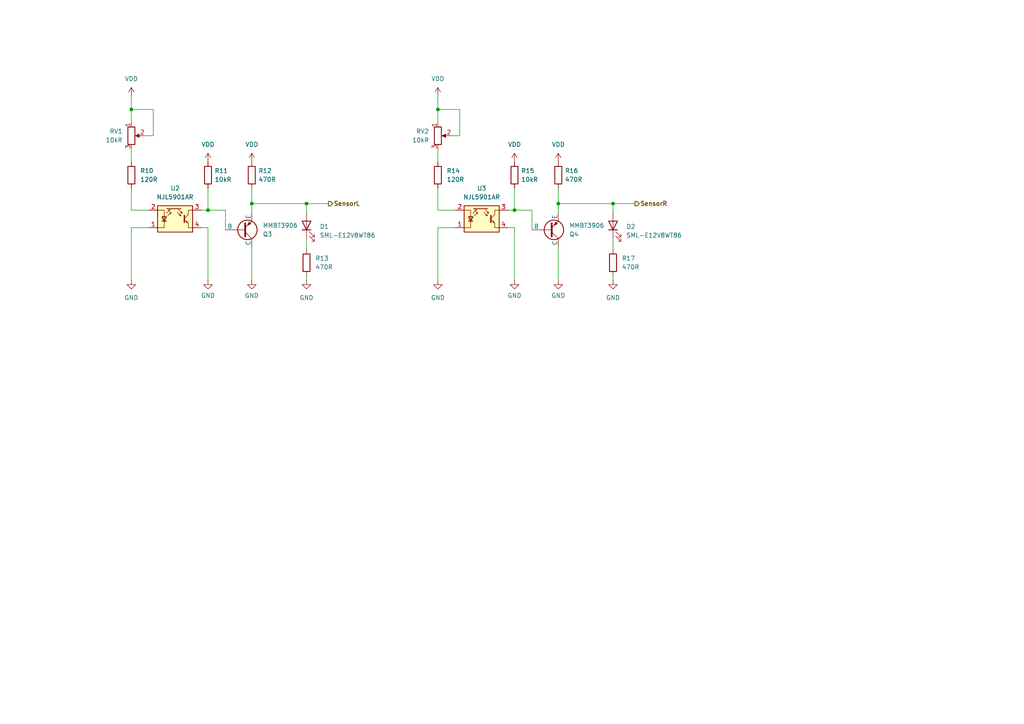
<source format=kicad_sch>
(kicad_sch (version 20230121) (generator eeschema)
  (paper "A4")
  (title_block (title "LineTracer-Practice-Sensor") (date "2023-06-18") (rev "BETA") (company "KCCTD4-8") (comment 1 "*Unless otherwise noted, resistors used are 1/4W resistors.") (comment 2 ">>>UNCHECKED CIRCUIT<<<"))
  (lib_symbols
    (symbol "Device:LED" (pin_numbers hide) (pin_names (offset 1.016) hide)
      (property "Reference" "D" (at 0 2.54 0))
      (property "Value" "LED" (at 0 -2.54 0))
      (symbol "LED_0_1"
        (polyline (pts (xy -1.27 -1.27) (xy -1.27 1.27)) (stroke (width 0.254)))
        (polyline (pts (xy -1.27 0) (xy 1.27 0)))
        (polyline (pts (xy 1.27 -1.27) (xy 1.27 1.27) (xy -1.27 0) (xy 1.27 -1.27)) (stroke (width 0.254)))
        (polyline (pts (xy -3.048 -0.762) (xy -4.572 -2.286) (xy -3.81 -2.286) (xy -4.572 -2.286) (xy -4.572 -1.524)))
        (polyline (pts (xy -1.778 -0.762) (xy -3.302 -2.286) (xy -2.54 -2.286) (xy -3.302 -2.286) (xy -3.302 -1.524)))
      )
      (symbol "LED_1_1"
        (pin passive line (at -3.81 0 0) (length 2.54) (name "K") (number "1"))
        (pin passive line (at 3.81 0 180) (length 2.54) (name "A") (number "2"))
      )
    )
    (symbol "Device:R" (pin_numbers hide) (pin_names (offset 0))
      (property "Reference" "R" (at 2.032 0 90))
      (property "Value" "R" (at 0 0 90))
      (symbol "R_0_1"
        (rectangle (start -1.016 -2.54) (end 1.016 2.54) (stroke (width 0.254)))
      )
      (symbol "R_1_1"
        (pin passive line (at 0 3.81 270) (length 1.27) (name "~") (number "1"))
        (pin passive line (at 0 -3.81 90) (length 1.27) (name "~") (number "2"))
      )
    )
    (symbol "Device:R_Potentiometer" (pin_names (offset 1.016) hide)
      (property "Reference" "RV" (at -4.445 0 90))
      (property "Value" "R_Potentiometer" (at -2.54 0 90))
      (symbol "R_Potentiometer_0_1"
        (polyline (pts (xy 2.54 0) (xy 1.524 0)))
        (polyline (pts (xy 1.143 0) (xy 2.286 0.508) (xy 2.286 -0.508) (xy 1.143 0)) (fill (type outline)))
        (rectangle (start 1.016 2.54) (end -1.016 -2.54) (stroke (width 0.254)))
      )
      (symbol "R_Potentiometer_1_1"
        (pin passive line (at 0 3.81 270) (length 1.27) (name "1") (number "1"))
        (pin passive line (at 3.81 0 180) (length 1.27) (name "2") (number "2"))
        (pin passive line (at 0 -3.81 90) (length 1.27) (name "3") (number "3"))
      )
    )
    (symbol "Sensor_Proximity:BPR-105" (pin_names (offset 0.0254) hide)
      (property "Reference" "U" (at -5.08 5.08 0))
      (property "Value" "BPR-105" (at 7.62 5.08 0))
      (symbol "BPR-105_0_1"
        (polyline (pts (xy -3.81 -0.635) (xy -2.54 -0.635)) (stroke (width 0.254)))
        (polyline (pts (xy -2.286 2.921) (xy -2.032 3.175)))
        (polyline (pts (xy -1.778 2.921) (xy -1.524 3.175)))
        (polyline (pts (xy -1.524 2.667) (xy -1.651 2.159)))
        (polyline (pts (xy -1.27 2.921) (xy -1.016 3.175)))
        (polyline (pts (xy -1.143 1.905) (xy -1.27 1.397)))
        (polyline (pts (xy -0.762 2.921) (xy -0.508 3.175)))
        (polyline (pts (xy -0.254 2.921) (xy 0 3.175)))
        (polyline (pts (xy 0.254 2.921) (xy 0.508 3.175)))
        (polyline (pts (xy 0.762 2.921) (xy 1.016 3.175)))
        (polyline (pts (xy 1.27 2.921) (xy 1.524 3.175)))
        (polyline (pts (xy 1.651 0.889) (xy 1.143 1.016)))
        (polyline (pts (xy 1.778 2.921) (xy -2.413 2.921)))
        (polyline (pts (xy 2.032 1.651) (xy 1.524 1.778)))
        (polyline (pts (xy 2.667 -0.127) (xy 3.81 -1.27)))
        (polyline (pts (xy 2.667 0.127) (xy 3.81 1.27)))
        (polyline (pts (xy -2.54 1.651) (xy -1.524 2.667) (xy -2.032 2.54)))
        (polyline (pts (xy -2.159 0.889) (xy -1.143 1.905) (xy -1.651 1.778)))
        (polyline (pts (xy 0.635 1.905) (xy 1.651 0.889) (xy 1.524 1.397)))
        (polyline (pts (xy 1.016 2.667) (xy 2.032 1.651) (xy 1.905 2.159)))
        (polyline (pts (xy 2.667 1.016) (xy 2.667 -1.016) (xy 2.667 -1.016)) (stroke (width 0.3556)))
        (polyline (pts (xy 3.81 -1.27) (xy 3.81 -2.54) (xy 5.08 -2.54)))
        (polyline (pts (xy 3.81 1.27) (xy 3.81 2.54) (xy 5.08 2.54)))
        (polyline (pts (xy -5.08 -2.54) (xy -3.175 -2.54) (xy -3.175 2.54) (xy -5.08 2.54)))
        (polyline (pts (xy -3.175 -0.635) (xy -3.81 0.635) (xy -2.54 0.635) (xy -3.175 -0.635)) (stroke (width 0.254)))
        (polyline (pts (xy 3.683 -1.143) (xy 3.429 -0.635) (xy 3.175 -0.889) (xy 3.683 -1.143)))
        (polyline (pts (xy -5.08 -3.81) (xy 5.08 -3.81) (xy 5.08 3.81) (xy -5.08 3.81) (xy -5.08 -3.81)) (stroke (width 0.254)) (fill (type background)))
      )
      (symbol "BPR-105_1_1"
        (pin passive line (at -7.62 -2.54 0) (length 2.54) (name "K") (number "1"))
        (pin passive line (at -7.62 2.54 0) (length 2.54) (name "A") (number "2"))
        (pin open_collector line (at 7.62 2.54 180) (length 2.54) (name "C") (number "3"))
        (pin open_emitter line (at 7.62 -2.54 180) (length 2.54) (name "E") (number "4"))
      )
    )
    (symbol "Simulation_SPICE:PNP" (pin_numbers hide) (pin_names (offset 0))
      (property "Reference" "Q" (at -2.54 7.62 0))
      (property "Value" "PNP" (at -2.54 5.08 0))
      (symbol "PNP_0_1"
        (polyline (pts (xy -2.54 0) (xy 0.635 0)) (stroke (width 0.1524)))
        (polyline (pts (xy 0.635 0.635) (xy 2.54 2.54)))
        (polyline (pts (xy 0.635 -0.635) (xy 2.54 -2.54) (xy 2.54 -2.54)))
        (polyline (pts (xy 0.635 1.905) (xy 0.635 -1.905) (xy 0.635 -1.905)) (stroke (width 0.508)))
        (polyline (pts (xy 2.286 -1.778) (xy 1.778 -2.286) (xy 1.27 -1.27) (xy 2.286 -1.778) (xy 2.286 -1.778)) (fill (type outline)))
        (circle (center 1.27 0) (radius 2.8194) (stroke (width 0.254)))
      )
      (symbol "PNP_1_1"
        (pin open_collector line (at 2.54 5.08 270) (length 2.54) (name "C") (number "1"))
        (pin input line (at -5.08 0 0) (length 2.54) (name "B") (number "2"))
        (pin open_emitter line (at 2.54 -5.08 90) (length 2.54) (name "E") (number "3"))
      )
    )
    (symbol "power:GND" (power) (pin_names (offset 0))
      (property "Value" "GND" (at 0 -3.81 0))
      (symbol "GND_0_1"
        (polyline (pts (xy 0 0) (xy 0 -1.27) (xy 1.27 -1.27) (xy 0 -2.54) (xy -1.27 -1.27) (xy 0 -1.27)))
      )
      (symbol "GND_1_1"
        (pin power_in line (at 0 0 270) (length 0) hide (name "GND") (number "1"))
      )
    )
    (symbol "power:VDD" (power) (pin_names (offset 0))
      (property "Value" "VDD" (at 0 3.81 0))
      (symbol "VDD_0_1"
        (polyline (pts (xy -0.762 1.27) (xy 0 2.54)))
        (polyline (pts (xy 0 0) (xy 0 2.54)))
        (polyline (pts (xy 0 2.54) (xy 0.762 1.27)))
      )
      (symbol "VDD_1_1"
        (pin power_in line (at 0 0 90) (length 0) hide (name "VDD") (number "1"))
      )
    )
  )
  (junction (at 88.9 59.055))
  (junction (at 149.225 60.96))
  (junction (at 127 31.75))
  (junction (at 177.8 59.055))
  (junction (at 161.925 59.055))
  (junction (at 73.025 59.055))
  (junction (at 60.325 60.96))
  (junction (at 38.1 31.75))
  (wire (pts (xy 177.8 69.215) (xy 177.8 72.39)))
  (wire (pts (xy 38.1 31.75) (xy 38.1 35.56)))
  (wire (pts (xy 41.91 39.37) (xy 44.45 39.37)))
  (wire (pts (xy 65.405 66.675) (xy 65.405 60.96)))
  (wire (pts (xy 38.1 27.94) (xy 38.1 31.75)))
  (wire (pts (xy 127 60.96) (xy 132.08 60.96)))
  (wire (pts (xy 73.025 71.755) (xy 73.025 81.28)))
  (wire (pts (xy 154.305 60.96) (xy 149.225 60.96)))
  (wire (pts (xy 60.325 81.28) (xy 60.325 66.04)))
  (wire (pts (xy 60.325 66.04) (xy 58.42 66.04)))
  (wire (pts (xy 161.925 71.755) (xy 161.925 81.28)))
  (wire (pts (xy 161.925 54.61) (xy 161.925 59.055)))
  (wire (pts (xy 127 31.75) (xy 127 35.56)))
  (wire (pts (xy 177.8 61.595) (xy 177.8 59.055)))
  (wire (pts (xy 88.9 59.055) (xy 95.25 59.055)))
  (wire (pts (xy 88.9 69.215) (xy 88.9 72.39)))
  (wire (pts (xy 73.025 59.055) (xy 73.025 61.595)))
  (wire (pts (xy 133.35 31.75) (xy 127 31.75)))
  (wire (pts (xy 127 43.18) (xy 127 46.99)))
  (wire (pts (xy 177.8 59.055) (xy 184.15 59.055)))
  (wire (pts (xy 177.8 81.28) (xy 177.8 80.01)))
  (wire (pts (xy 44.45 39.37) (xy 44.45 31.75)))
  (wire (pts (xy 38.1 54.61) (xy 38.1 60.96)))
  (wire (pts (xy 161.925 59.055) (xy 161.925 61.595)))
  (wire (pts (xy 147.32 60.96) (xy 149.225 60.96)))
  (wire (pts (xy 149.225 81.28) (xy 149.225 66.04)))
  (wire (pts (xy 44.45 31.75) (xy 38.1 31.75)))
  (wire (pts (xy 133.35 39.37) (xy 133.35 31.75)))
  (wire (pts (xy 88.9 61.595) (xy 88.9 59.055)))
  (wire (pts (xy 65.405 60.96) (xy 60.325 60.96)))
  (wire (pts (xy 127 54.61) (xy 127 60.96)))
  (wire (pts (xy 38.1 60.96) (xy 43.18 60.96)))
  (wire (pts (xy 177.8 59.055) (xy 161.925 59.055)))
  (wire (pts (xy 88.9 81.28) (xy 88.9 80.01)))
  (wire (pts (xy 73.025 54.61) (xy 73.025 59.055)))
  (wire (pts (xy 127 27.94) (xy 127 31.75)))
  (wire (pts (xy 130.81 39.37) (xy 133.35 39.37)))
  (wire (pts (xy 43.18 66.04) (xy 38.1 66.04)))
  (wire (pts (xy 127 66.04) (xy 127 81.28)))
  (wire (pts (xy 60.325 54.61) (xy 60.325 60.96)))
  (wire (pts (xy 88.9 59.055) (xy 73.025 59.055)))
  (wire (pts (xy 58.42 60.96) (xy 60.325 60.96)))
  (wire (pts (xy 132.08 66.04) (xy 127 66.04)))
  (wire (pts (xy 149.225 54.61) (xy 149.225 60.96)))
  (wire (pts (xy 38.1 43.18) (xy 38.1 46.99)))
  (wire (pts (xy 149.225 66.04) (xy 147.32 66.04)))
  (wire (pts (xy 38.1 66.04) (xy 38.1 81.28)))
  (wire (pts (xy 154.305 66.675) (xy 154.305 60.96)))
  (hierarchical_label "SensorL" (shape output) (at 95.25 59.055 0) (effects (font bold)))
  (hierarchical_label "SensorR" (shape output) (at 184.15 59.055 0) (effects (font bold)))
  (symbol (lib_id "Device:R_Potentiometer") (at 127 39.37 0) (unit 1)
    (property "Reference" "RV2" (at 124.46 38.1 0) (effects (justify right)))
    (property "Value" "10kR" (at 124.46 40.64 0) (effects (justify right)))
  )
  (symbol (lib_id "power:GND") (at 149.225 81.28 0) (unit 1)
    (property "Reference" "#PWR030" (effects hide))
    (property "Value" "GND" (at 149.225 85.725 0))
  )
  (symbol (lib_id "Device:R") (at 127 50.8 0) (unit 1)
    (property "Reference" "R14" (at 129.54 49.53 0) (effects (justify left)))
    (property "Value" "120R" (at 129.54 52.07 0) (effects (justify left)))
  )
  (symbol (lib_id "power:VDD") (at 127 27.94 0) (unit 1)
    (property "Reference" "#PWR026" (effects hide))
    (property "Value" "VDD" (at 127 22.86 0))
  )
  (symbol (lib_id "power:GND") (at 127 81.28 0) (unit 1)
    (property "Reference" "#PWR029" (effects hide))
    (property "Value" "GND" (at 127 86.36 0))
  )
  (symbol (lib_id "power:GND") (at 38.1 81.28 0) (unit 1)
    (property "Reference" "#PWR020" (effects hide))
    (property "Value" "GND" (at 38.1 86.36 0))
  )
  (symbol (lib_id "Device:R") (at 88.9 76.2 0) (unit 1)
    (property "Reference" "R13" (at 91.44 74.93 0) (effects (justify left)))
    (property "Value" "470R" (at 91.44 77.47 0) (effects (justify left)))
  )
  (symbol (lib_id "Simulation_SPICE:PNP") (at 70.485 66.675 0) (mirror x) (unit 1)
    (property "Reference" "Q3" (at 76.2 67.945 0) (effects (justify left)))
    (property "Value" "MMBT3906" (at 76.2 65.405 0) (effects (justify left)))
    (property "Sim.Device" "PNP" (effects hide))
    (property "Sim.Type" "GUMMELPOON" (effects hide))
    (property "Sim.Pins" "1=C 2=B 3=E" (effects hide))
  )
  (symbol (lib_id "Sensor_Proximity:BPR-105") (at 50.8 63.5 0) (unit 1)
    (property "Reference" "U2" (at 50.8 54.61 0))
    (property "Value" "NJL5901AR" (at 50.8 57.15 0))
    (property "Footprint" "OptoDevice:Everlight_ITR8307" (effects hide))
    (property "Datasheet" "http://www.ystone.com.tw/en/data/goods/IRPT/Photo%20Interrupters-Reflective%20Type.pdf" (effects hide))
  )
  (symbol (lib_id "Device:R") (at 73.025 50.8 0) (unit 1)
    (property "Reference" "R12" (at 74.93 49.53 0) (effects (justify left)))
    (property "Value" "470R" (at 74.93 52.07 0) (effects (justify left)))
  )
  (symbol (lib_id "power:GND") (at 88.9 81.28 0) (unit 1)
    (property "Reference" "#PWR025" (effects hide))
    (property "Value" "GND" (at 88.9 86.36 0))
  )
  (symbol (lib_id "Device:R") (at 177.8 76.2 0) (unit 1)
    (property "Reference" "R17" (at 180.34 74.93 0) (effects (justify left)))
    (property "Value" "470R" (at 180.34 77.47 0) (effects (justify left)))
  )
  (symbol (lib_id "power:GND") (at 60.325 81.28 0) (unit 1)
    (property "Reference" "#PWR021" (effects hide))
    (property "Value" "GND" (at 60.325 85.725 0))
  )
  (symbol (lib_id "power:GND") (at 177.8 81.28 0) (unit 1)
    (property "Reference" "#PWR032" (effects hide))
    (property "Value" "GND" (at 177.8 86.36 0))
  )
  (symbol (lib_id "power:VDD") (at 38.1 27.94 0) (unit 1)
    (property "Reference" "#PWR019" (effects hide))
    (property "Value" "VDD" (at 38.1 22.86 0))
  )
  (symbol (lib_id "Device:R") (at 60.325 50.8 0) (unit 1)
    (property "Reference" "R11" (at 62.23 49.53 0) (effects (justify left)))
    (property "Value" "10kR" (at 62.23 52.07 0) (effects (justify left)))
  )
  (symbol (lib_id "power:VDD") (at 161.925 46.99 0) (unit 1)
    (property "Reference" "#PWR028" (effects hide))
    (property "Value" "VDD" (at 161.925 41.91 0))
  )
  (symbol (lib_id "Simulation_SPICE:PNP") (at 159.385 66.675 0) (mirror x) (unit 1)
    (property "Reference" "Q4" (at 165.1 67.945 0) (effects (justify left)))
    (property "Value" "MMBT3906" (at 165.1 65.405 0) (effects (justify left)))
    (property "Sim.Device" "PNP" (effects hide))
    (property "Sim.Type" "GUMMELPOON" (effects hide))
    (property "Sim.Pins" "1=C 2=B 3=E" (effects hide))
  )
  (symbol (lib_id "Device:R") (at 38.1 50.8 0) (unit 1)
    (property "Reference" "R10" (at 40.64 49.53 0) (effects (justify left)))
    (property "Value" "120R" (at 40.64 52.07 0) (effects (justify left)))
  )
  (symbol (lib_id "Device:R") (at 161.925 50.8 0) (unit 1)
    (property "Reference" "R16" (at 163.83 49.53 0) (effects (justify left)))
    (property "Value" "470R" (at 163.83 52.07 0) (effects (justify left)))
  )
  (symbol (lib_id "power:VDD") (at 73.025 46.99 0) (unit 1)
    (property "Reference" "#PWR023" (effects hide))
    (property "Value" "VDD" (at 73.025 41.91 0))
  )
  (symbol (lib_id "power:GND") (at 161.925 81.28 0) (unit 1)
    (property "Reference" "#PWR031" (effects hide))
    (property "Value" "GND" (at 161.925 85.725 0))
  )
  (symbol (lib_id "Device:R_Potentiometer") (at 38.1 39.37 0) (unit 1)
    (property "Reference" "RV1" (at 35.56 38.1 0) (effects (justify right)))
    (property "Value" "10kR" (at 35.56 40.64 0) (effects (justify right)))
  )
  (symbol (lib_id "Device:LED") (at 88.9 65.405 90) (unit 1)
    (property "Reference" "D1" (at 92.71 65.7225 90) (effects (justify right)))
    (property "Value" "SML-E12V8WT86" (at 92.71 68.2625 90) (effects (justify right)))
  )
  (symbol (lib_id "power:VDD") (at 149.225 46.99 0) (unit 1)
    (property "Reference" "#PWR027" (effects hide))
    (property "Value" "VDD" (at 149.225 41.91 0))
  )
  (symbol (lib_id "power:GND") (at 73.025 81.28 0) (unit 1)
    (property "Reference" "#PWR024" (effects hide))
    (property "Value" "GND" (at 73.025 85.725 0))
  )
  (symbol (lib_id "Sensor_Proximity:BPR-105") (at 139.7 63.5 0) (unit 1)
    (property "Reference" "U3" (at 139.7 54.61 0))
    (property "Value" "NJL5901AR" (at 139.7 57.15 0))
    (property "Footprint" "OptoDevice:Everlight_ITR8307" (effects hide))
    (property "Datasheet" "http://www.ystone.com.tw/en/data/goods/IRPT/Photo%20Interrupters-Reflective%20Type.pdf" (effects hide))
  )
  (symbol (lib_id "Device:R") (at 149.225 50.8 0) (unit 1)
    (property "Reference" "R15" (at 151.13 49.53 0) (effects (justify left)))
    (property "Value" "10kR" (at 151.13 52.07 0) (effects (justify left)))
  )
  (symbol (lib_id "power:VDD") (at 60.325 46.99 0) (unit 1)
    (property "Reference" "#PWR022" (effects hide))
    (property "Value" "VDD" (at 60.325 41.91 0))
  )
  (symbol (lib_id "Device:LED") (at 177.8 65.405 90) (unit 1)
    (property "Reference" "D2" (at 181.61 65.7225 90) (effects (justify right)))
    (property "Value" "SML-E12V8WT86" (at 181.61 68.2625 90) (effects (justify right)))
  )
)
</source>
